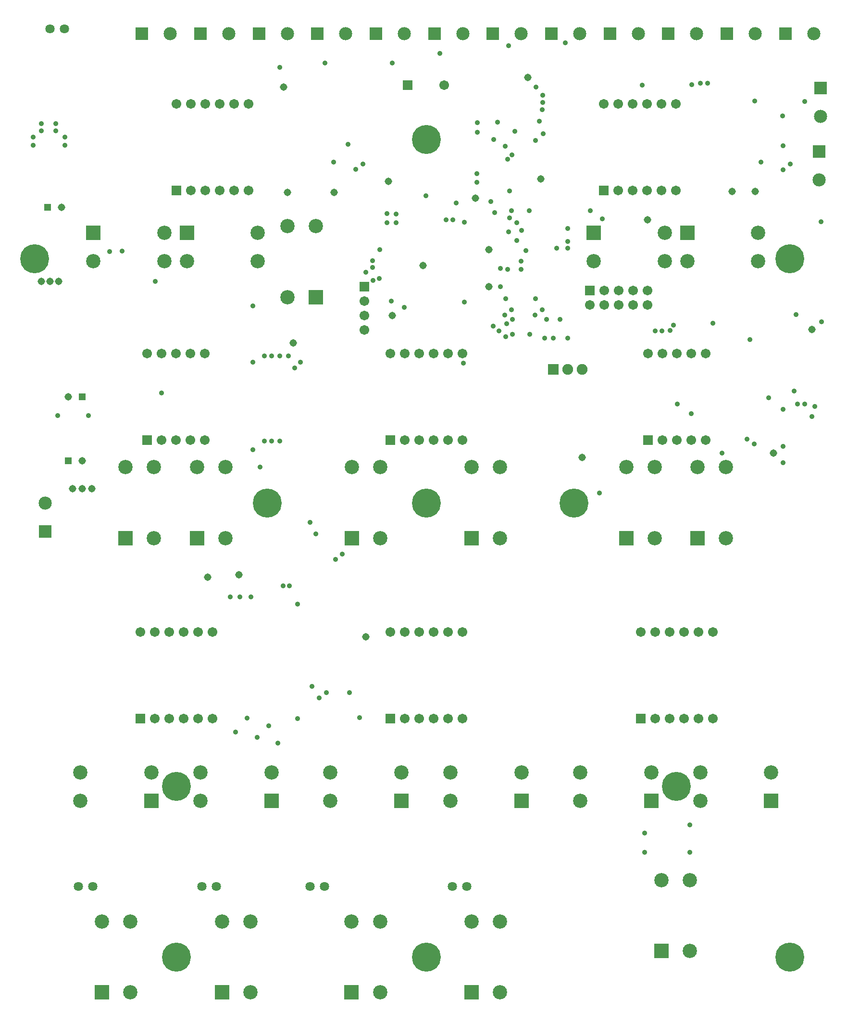
<source format=gts>
G04*
G04 #@! TF.GenerationSoftware,Altium Limited,Altium Designer,20.0.10 (225)*
G04*
G04 Layer_Color=8388736*
%FSLAX44Y44*%
%MOMM*%
G71*
G01*
G75*
%ADD15R,1.3100X1.3100*%
%ADD16C,1.3100*%
%ADD17C,5.1100*%
%ADD18C,0.9100*%
%ADD19R,2.3100X2.3100*%
%ADD20C,2.3100*%
%ADD21R,2.5100X2.5100*%
%ADD22C,2.5100*%
%ADD23C,1.6340*%
%ADD24R,2.3100X2.3100*%
%ADD25R,1.9100X1.9100*%
%ADD26C,1.9100*%
%ADD27R,2.5100X2.5100*%
%ADD28C,1.7100*%
%ADD29R,1.7100X1.7100*%
%ADD30R,1.7100X1.7100*%
D15*
X62500Y1490525D02*
D03*
X99000Y1044650D02*
D03*
X124000Y1157363D02*
D03*
D16*
X87500Y1490525D02*
D03*
X124000Y1044650D02*
D03*
X99000Y1157363D02*
D03*
X124000Y995000D02*
D03*
X141000D02*
D03*
X107000D02*
D03*
X908237Y1719263D02*
D03*
X478050Y1702000D02*
D03*
X1004374Y1050000D02*
D03*
X1408675Y1276000D02*
D03*
X816000Y1507000D02*
D03*
X623000Y735000D02*
D03*
X82143Y1360019D02*
D03*
X52000Y1360000D02*
D03*
X67071Y1360010D02*
D03*
X400000Y844000D02*
D03*
X1309050Y1519000D02*
D03*
X344412Y839712D02*
D03*
X1341375Y1057750D02*
D03*
X1119000Y1469000D02*
D03*
X485000Y1517000D02*
D03*
X663000Y1536000D02*
D03*
X931000Y1541000D02*
D03*
X1268000Y1519000D02*
D03*
X566950Y1517000D02*
D03*
X495072Y1252000D02*
D03*
X670000Y1300262D02*
D03*
X839788Y1416050D02*
D03*
Y1351062D02*
D03*
X723784Y1388572D02*
D03*
D17*
X730000Y1610000D02*
D03*
X1370000Y1400000D02*
D03*
X40000D02*
D03*
X990000Y970000D02*
D03*
X450000D02*
D03*
X730000D02*
D03*
X1170000Y471000D02*
D03*
X290000D02*
D03*
X1370000Y171000D02*
D03*
X730000D02*
D03*
X290000D02*
D03*
D18*
X660100Y1479812D02*
D03*
Y1463313D02*
D03*
X437000Y1033498D02*
D03*
X979000Y1453000D02*
D03*
X959000Y1418802D02*
D03*
X979000Y1430864D02*
D03*
X1234919Y1287000D02*
D03*
X897789Y1450040D02*
D03*
X889476Y1463278D02*
D03*
X670000Y1745000D02*
D03*
X1425000Y1465000D02*
D03*
X1396000Y1677000D02*
D03*
X975000Y1780000D02*
D03*
X875000Y1775000D02*
D03*
X753408Y1761935D02*
D03*
X551000Y1745000D02*
D03*
X471750Y1737250D02*
D03*
X1035000Y987326D02*
D03*
X1300000Y1258000D02*
D03*
X1159000Y1274000D02*
D03*
X1165505Y1283038D02*
D03*
X1132853Y1272694D02*
D03*
X1145169Y1273366D02*
D03*
X1409100Y1122363D02*
D03*
X1414000Y1140000D02*
D03*
X1358000Y1070000D02*
D03*
X489000Y824000D02*
D03*
X876000Y1519729D02*
D03*
X819000Y1535000D02*
D03*
Y1550000D02*
D03*
X676275Y1463313D02*
D03*
X648000Y1416000D02*
D03*
X728967Y1511125D02*
D03*
X635000Y1397000D02*
D03*
Y1385000D02*
D03*
X646999Y1365499D02*
D03*
X636000Y1362000D02*
D03*
X911000Y1485000D02*
D03*
X880015D02*
D03*
X843026Y1500886D02*
D03*
X848080Y1609725D02*
D03*
X819958Y1622958D02*
D03*
X676275Y1478759D02*
D03*
X876619Y1471676D02*
D03*
X849975Y1481165D02*
D03*
X764794Y1468400D02*
D03*
X875048Y1447274D02*
D03*
X797052Y1464056D02*
D03*
X776478Y1468400D02*
D03*
X782000Y1498562D02*
D03*
X888860Y1432350D02*
D03*
X912000Y1267460D02*
D03*
X881460D02*
D03*
Y1293460D02*
D03*
X795000Y1216540D02*
D03*
X870000Y1263000D02*
D03*
X871686Y1285379D02*
D03*
X860000Y1351062D02*
D03*
X858000Y1273000D02*
D03*
X941540Y1293460D02*
D03*
X938000Y1260000D02*
D03*
X896937Y1381125D02*
D03*
X870000Y1330000D02*
D03*
X868000Y1301000D02*
D03*
X424000Y1218053D02*
D03*
X508000D02*
D03*
X498000Y1208000D02*
D03*
X525080Y936000D02*
D03*
X487001Y1228725D02*
D03*
X468312Y547687D02*
D03*
X612460Y592540D02*
D03*
X1319212Y1570038D02*
D03*
X1225550Y1709380D02*
D03*
X424000Y1317000D02*
D03*
X623063Y1376062D02*
D03*
X444500Y1228725D02*
D03*
Y1079500D02*
D03*
X424000Y1064230D02*
D03*
X477999Y824000D02*
D03*
X431800Y557212D02*
D03*
X935262Y1620613D02*
D03*
X605050Y1557337D02*
D03*
X1381284Y1302191D02*
D03*
X1425575Y1289050D02*
D03*
X922337Y1608138D02*
D03*
X885825Y1624012D02*
D03*
X922582Y1702352D02*
D03*
X929091Y1641812D02*
D03*
X1370437Y1566438D02*
D03*
X1357450Y1651481D02*
D03*
X935125Y1688125D02*
D03*
X1308100Y1677713D02*
D03*
X420687Y804863D02*
D03*
X1294800Y1082675D02*
D03*
X1358300Y1135062D02*
D03*
X1307500Y1073998D02*
D03*
X1251000Y1058000D02*
D03*
X172300Y1412700D02*
D03*
X194000Y1414000D02*
D03*
X252050Y1360000D02*
D03*
X503220Y792162D02*
D03*
X1040000Y1470000D02*
D03*
X1358300Y1041000D02*
D03*
X1333000Y1155000D02*
D03*
X1171575Y1144460D02*
D03*
X414000Y591500D02*
D03*
X503220Y591000D02*
D03*
X1110000Y1706000D02*
D03*
X881000Y1583000D02*
D03*
X868920Y1598000D02*
D03*
X855265Y1640735D02*
D03*
X820000Y1640000D02*
D03*
X797000Y1324000D02*
D03*
X965000Y1293000D02*
D03*
X393700Y566738D02*
D03*
X1019000Y1484500D02*
D03*
X1358246Y1598754D02*
D03*
X1357864Y1556786D02*
D03*
X979000Y1260000D02*
D03*
X668000Y1325562D02*
D03*
X953200Y1260000D02*
D03*
X848000Y1281460D02*
D03*
X570000Y871000D02*
D03*
X582000Y880000D02*
D03*
X535000Y915758D02*
D03*
X921000Y1301000D02*
D03*
X880000Y1310000D02*
D03*
X934000D02*
D03*
X873000Y1575000D02*
D03*
X860335Y1383347D02*
D03*
X873000Y1381134D02*
D03*
X934275Y1662725D02*
D03*
X1212850Y1709380D02*
D03*
X934575Y1675425D02*
D03*
X979000Y1419000D02*
D03*
X896937Y1395887D02*
D03*
X904798Y1414462D02*
D03*
X922000Y1330000D02*
D03*
X594620Y636375D02*
D03*
X691212Y1314450D02*
D03*
X471488Y1228725D02*
D03*
Y1079500D02*
D03*
X457200D02*
D03*
Y1228725D02*
D03*
X384175Y804863D02*
D03*
X401637D02*
D03*
X1196975Y1706562D02*
D03*
X617750Y1566438D02*
D03*
X1114425Y388937D02*
D03*
Y355293D02*
D03*
X1194107Y403225D02*
D03*
Y355293D02*
D03*
X263525Y1163637D02*
D03*
X1396400Y1144587D02*
D03*
X1196250Y1127125D02*
D03*
X553435Y636375D02*
D03*
X452420Y577850D02*
D03*
X528620Y647700D02*
D03*
X541320Y626850D02*
D03*
X1377950Y1166813D02*
D03*
X566525Y1570038D02*
D03*
X1383700Y1144587D02*
D03*
X591925Y1601788D02*
D03*
X77200Y1638163D02*
D03*
X51800D02*
D03*
X77200Y1625462D02*
D03*
X51800D02*
D03*
X37513Y1600063D02*
D03*
Y1614350D02*
D03*
X93075D02*
D03*
Y1600063D02*
D03*
X134400Y1124025D02*
D03*
X80500D02*
D03*
D19*
X1424000Y1701000D02*
D03*
X1422000Y1589000D02*
D03*
X58200Y920000D02*
D03*
D20*
X1424000Y1651000D02*
D03*
X1422000Y1539000D02*
D03*
X1412000Y1796000D02*
D03*
X1309000D02*
D03*
X1206000D02*
D03*
X1103000D02*
D03*
X1000000D02*
D03*
X897000D02*
D03*
X794000D02*
D03*
X691000D02*
D03*
X588000D02*
D03*
X485000D02*
D03*
X382000Y1796000D02*
D03*
X279000D02*
D03*
X58200Y970000D02*
D03*
D21*
X245731Y445998D02*
D03*
X1337270D02*
D03*
X457271D02*
D03*
X143519Y1445997D02*
D03*
X308128Y1445997D02*
D03*
X1189481Y1445997D02*
D03*
X1024872Y1445997D02*
D03*
X685731Y445998D02*
D03*
X897270D02*
D03*
X1125730D02*
D03*
D22*
X120731D02*
D03*
X245731Y495998D02*
D03*
X120731D02*
D03*
X485000Y1457500D02*
D03*
Y1332500D02*
D03*
X535000Y1457500D02*
D03*
X1212270Y445998D02*
D03*
X1337270Y495998D02*
D03*
X1212270D02*
D03*
X208232Y233498D02*
D03*
Y108498D02*
D03*
X158232Y233498D02*
D03*
X419772D02*
D03*
Y108498D02*
D03*
X369772Y233498D02*
D03*
X648231D02*
D03*
Y108498D02*
D03*
X598231Y233498D02*
D03*
X859771D02*
D03*
Y108498D02*
D03*
X809771Y233498D02*
D03*
X1144107Y306312D02*
D03*
X1194107Y181312D02*
D03*
Y306312D02*
D03*
X1207745Y1033498D02*
D03*
X1257745Y908498D02*
D03*
Y1033498D02*
D03*
X332271Y495998D02*
D03*
X457271D02*
D03*
X332271Y445998D02*
D03*
X1082206Y1033498D02*
D03*
X1132206Y908498D02*
D03*
Y1033498D02*
D03*
X268519Y1445997D02*
D03*
X143519Y1395997D02*
D03*
X268519D02*
D03*
X433128Y1445997D02*
D03*
X308128Y1395997D02*
D03*
X433128D02*
D03*
X1314481Y1445997D02*
D03*
X1189481Y1395997D02*
D03*
X1314481D02*
D03*
X1149872Y1445997D02*
D03*
X1024872Y1395997D02*
D03*
X1149872D02*
D03*
X250255Y1033498D02*
D03*
Y908498D02*
D03*
X200255Y1033498D02*
D03*
X375793D02*
D03*
Y908498D02*
D03*
X325793Y1033498D02*
D03*
X648780D02*
D03*
Y908498D02*
D03*
X598780Y1033498D02*
D03*
X859770D02*
D03*
Y908498D02*
D03*
X809770Y1033498D02*
D03*
X560731Y445998D02*
D03*
X685731Y495998D02*
D03*
X560731D02*
D03*
X772270Y445998D02*
D03*
X897270Y495998D02*
D03*
X772270D02*
D03*
X1000730Y445998D02*
D03*
X1125730Y495998D02*
D03*
X1000730D02*
D03*
D23*
X92000Y1804850D02*
D03*
X66600D02*
D03*
X801140Y295368D02*
D03*
X775740D02*
D03*
X142346Y295368D02*
D03*
X116946D02*
D03*
X360298Y295368D02*
D03*
X334898D02*
D03*
X550191Y295368D02*
D03*
X524791D02*
D03*
D24*
X1362000Y1796000D02*
D03*
X1259000D02*
D03*
X1156000D02*
D03*
X1053000D02*
D03*
X950000D02*
D03*
X847000D02*
D03*
X744000D02*
D03*
X641000D02*
D03*
X538000D02*
D03*
X435000D02*
D03*
X332000Y1796000D02*
D03*
X229000D02*
D03*
D25*
X953200Y1205000D02*
D03*
D26*
X978600D02*
D03*
X1004000D02*
D03*
D27*
X535000Y1332500D02*
D03*
X158232Y108498D02*
D03*
X369772D02*
D03*
X598231D02*
D03*
X809771D02*
D03*
X1144107Y181312D02*
D03*
X1207745Y908498D02*
D03*
X1082206D02*
D03*
X200255D02*
D03*
X325793D02*
D03*
X598780D02*
D03*
X809770D02*
D03*
D28*
X620713Y1274762D02*
D03*
Y1300163D02*
D03*
Y1325562D02*
D03*
X1119200Y1319000D02*
D03*
Y1344400D02*
D03*
X1043000D02*
D03*
X1068400D02*
D03*
X1093800D02*
D03*
Y1319000D02*
D03*
X1068400D02*
D03*
X1017600D02*
D03*
X1043000D02*
D03*
X761500Y1706000D02*
D03*
X1169587Y1673013D02*
D03*
X1144187D02*
D03*
X1118788D02*
D03*
X1093388D02*
D03*
X1067988D02*
D03*
X1042588D02*
D03*
X1169587Y1520612D02*
D03*
X1144187D02*
D03*
X1118788D02*
D03*
X1093388D02*
D03*
X1067988D02*
D03*
X263525Y1081087D02*
D03*
X288925D02*
D03*
X314325D02*
D03*
X339725D02*
D03*
Y1233487D02*
D03*
X238125D02*
D03*
X263525D02*
D03*
X288925D02*
D03*
X314325D02*
D03*
X793000Y742950D02*
D03*
X767600D02*
D03*
X742200D02*
D03*
X716800D02*
D03*
X691400D02*
D03*
X666000D02*
D03*
X793000Y590550D02*
D03*
X767600D02*
D03*
X742200D02*
D03*
X716800D02*
D03*
X691400D02*
D03*
X416900Y1673013D02*
D03*
X391500D02*
D03*
X366100D02*
D03*
X340700D02*
D03*
X315300D02*
D03*
X289900D02*
D03*
X416900Y1520612D02*
D03*
X391500D02*
D03*
X366100D02*
D03*
X340700D02*
D03*
X315300D02*
D03*
X691400Y1081087D02*
D03*
X716800D02*
D03*
X742200D02*
D03*
X767600D02*
D03*
X793000D02*
D03*
X666000Y1233487D02*
D03*
X691400D02*
D03*
X716800D02*
D03*
X742200D02*
D03*
X767600D02*
D03*
X793000D02*
D03*
X353170Y742950D02*
D03*
X327770D02*
D03*
X302370D02*
D03*
X276970D02*
D03*
X251570D02*
D03*
X226170D02*
D03*
X353170Y590550D02*
D03*
X327770D02*
D03*
X302370D02*
D03*
X276970D02*
D03*
X251570D02*
D03*
X1145450Y1080612D02*
D03*
X1170850D02*
D03*
X1196250D02*
D03*
X1221650D02*
D03*
Y1233012D02*
D03*
X1120050D02*
D03*
X1145450D02*
D03*
X1170850D02*
D03*
X1196250D02*
D03*
X1234540Y742950D02*
D03*
X1209140D02*
D03*
X1183740D02*
D03*
X1158340D02*
D03*
X1132940D02*
D03*
X1107540D02*
D03*
X1234540Y590550D02*
D03*
X1209140D02*
D03*
X1183740D02*
D03*
X1158340D02*
D03*
X1132940D02*
D03*
D29*
X620713Y1350963D02*
D03*
D30*
X1017600Y1344400D02*
D03*
X696500Y1706000D02*
D03*
X1042588Y1520612D02*
D03*
X238125Y1081087D02*
D03*
X666000Y590550D02*
D03*
X289900Y1520612D02*
D03*
X666000Y1081087D02*
D03*
X226170Y590550D02*
D03*
X1120050Y1080612D02*
D03*
X1107540Y590550D02*
D03*
M02*

</source>
